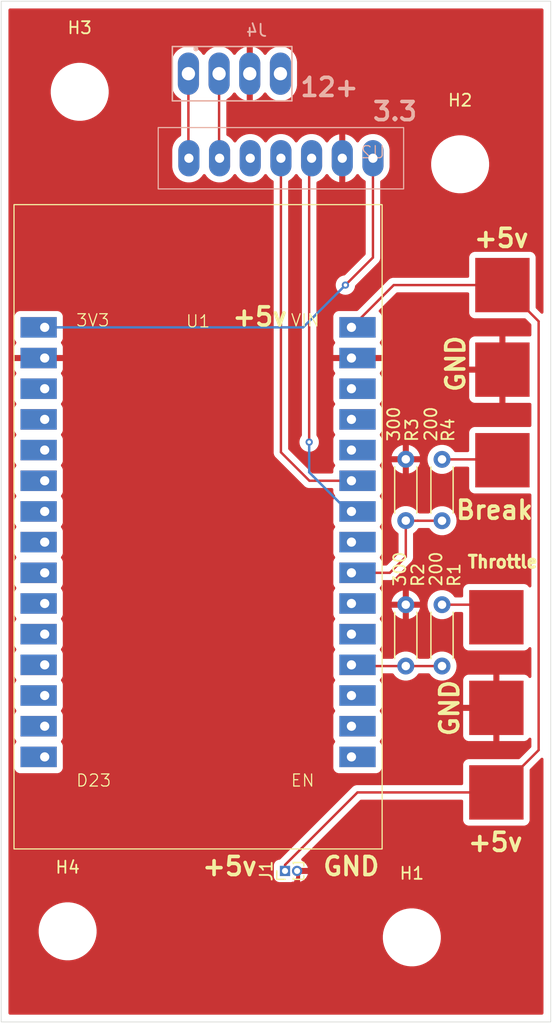
<source format=kicad_pcb>
(kicad_pcb (version 20240108) (generator "pcbnew") (generator_version "8.0")
  (layers (0 "F.Cu" signal) (31 "B.Cu" signal) (34 "B.Paste" user) (35 "F.Paste" user) (36 "B.SilkS" user "B.Silkscreen") (37 "F.SilkS" user "F.Silkscreen") (38 "B.Mask" user) (39 "F.Mask" user) (44 "Edge.Cuts" user))
  (net 0 "")
  (net 1 "GND")
  (net 2 "+5V")
  (net 3 "Net-(J2-Pin_1)")
  (net 4 "Net-(J3-Pin_1)")
  (net 5 "+12V")
  (net 6 "/CanH")
  (net 7 "/CanL")
  (net 8 "/Throttle")
  (net 9 "/Break")
  (net 21 "/CanRX")
  (net 30 "+3.3V")
  (net 32 "/CanTX")
  (footprint "MountingHole:MountingHole_4.3mm_M4" (layer "F.Cu") (at 143 62.5)
    (property "Reference" "H2" (at 0 -5.3 0) (layer "F.SilkS"))
    (property "Value" "MountingHole")
    (pad "" np_thru_hole circle (at 0 0) (size 4.3 4.3) (drill 4.3) (layers "*.Cu" "*.Mask"))
  )
  (footprint "MountingHole:MountingHole_4.3mm_M4" (layer "F.Cu") (at 139 126.5)
    (property "Reference" "H1" (at 0 -5.3 0) (layer "F.SilkS"))
    (property "Value" "MountingHole")
    (pad "" np_thru_hole circle (at 0 0) (size 4.3 4.3) (drill 4.3) (layers "*.Cu" "*.Mask"))
  )
  (footprint "Resistor_THT:R_Axial_DIN0204_L3.6mm_D1.6mm_P5.08mm_Horizontal" (layer "F.Cu") (at 141.5 86.93 -90)
    (property "Reference" "R4" (at -2.43 -0.5 90) (layer "F.SilkS"))
    (property "Value" "200" (at -2.93 0.92 90) (layer "F.SilkS"))
    (fp_line (start 0.62 0.92) (end 4.46 0.92) (stroke (width 0.12)) (layer "F.SilkS"))
    (fp_line (start 0.62 -0.92) (end 4.46 -0.92) (stroke (width 0.12)) (layer "F.SilkS"))
    (pad "1" thru_hole circle (at 0 0 270) (size 1.4 1.4) (drill 0.7) (layers "*.Cu" "*.Mask") (net 3 "Net-(J2-Pin_1)"))
    (pad "2" thru_hole oval (at 5.08 0 270) (size 1.4 1.4) (drill 0.7) (layers "*.Cu" "*.Mask") (net 9 "/Break"))
  )
  (footprint "MountingHole:MountingHole_4.3mm_M4" (layer "F.Cu") (at 110.5 126)
    (property "Reference" "H4" (at 0 -5.3 0) (layer "F.SilkS"))
    (property "Value" "MountingHole")
    (pad "" np_thru_hole circle (at 0 0) (size 4.3 4.3) (drill 4.3) (layers "*.Cu" "*.Mask"))
  )
  (footprint "Pedal:ESP 32 BAJA" (layer "F.Cu") (at 121.3 76)
    (property "Reference" "U1" (at 0 -0.5 0) (layer "F.SilkS") (effects (font (thickness 0.1))))
    (property "Value" "~")
    (fp_rect (start -15.24 -10.16) (end 15.24 43.18) (stroke (width 0.1)) (fill none) (layer "F.SilkS"))
    (fp_text user "VIN" (at 7.62 0 0) (layer "F.SilkS") (effects (font (thickness 0.1)) (justify left bottom)))
    (fp_text user "3V3" (at -10.16 0 0) (layer "F.SilkS") (effects (font (thickness 0.1)) (justify left bottom)))
    (fp_text user "EN" (at 7.62 38.1 0) (layer "F.SilkS") (effects (font (thickness 0.1)) (justify left bottom)))
    (fp_text user "D23" (at -10.16 38.1 0) (layer "F.SilkS") (effects (font (thickness 0.1)) (justify left bottom)))
    (pad "1" thru_hole rect (at -12.7 0) (size 3 1.7) (drill 0.762 (offset -0.5 0)) (layers "*.Cu" "*.Mask") (net 30 "+3.3V"))
    (pad "2" thru_hole rect (at -12.7 2.54) (size 3 1.7) (drill 0.762 (offset -0.5 0)) (layers "*.Cu" "*.Mask") (net 1 "GND"))
    (pad "3" thru_hole rect (at -12.7 5.08) (size 3 1.7) (drill 0.762 (offset -0.5 0)) (layers "*.Cu" "*.Mask"))
    (pad "4" thru_hole rect (at -12.7 7.62) (size 3 1.7) (drill 0.762 (offset -0.5 0)) (layers "*.Cu" "*.Mask"))
    (pad "5" thru_hole rect (at -12.7 10.16) (size 3 1.7) (drill 0.762 (offset -0.5 0)) (layers "*.Cu" "*.Mask"))
    (pad "6" thru_hole rect (at -12.7 12.7) (size 3 1.7) (drill 0.762 (offset -0.5 0)) (layers "*.Cu" "*.Mask"))
    (pad "7" thru_hole rect (at -12.7 15.24) (size 3 1.7) (drill 0.762 (offset -0.5 0)) (layers "*.Cu" "*.Mask"))
    (pad "8" thru_hole rect (at -12.7 17.78) (size 3 1.7) (drill 0.762 (offset -0.5 0)) (layers "*.Cu" "*.Mask"))
    (pad "9" thru_hole rect (at -12.7 20.32) (size 3 1.7) (drill 0.762 (offset -0.5 0)) (layers "*.Cu" "*.Mask"))
    (pad "10" thru_hole rect (at -12.7 22.86) (size 3 1.7) (drill 0.762 (offset -0.5 0)) (layers "*.Cu" "*.Mask"))
    (pad "11" thru_hole rect (at -12.7 25.4) (size 3 1.7) (drill 0.762 (offset -0.5 0)) (layers "*.Cu" "*.Mask"))
    (pad "12" thru_hole rect (at -12.7 27.94) (size 3 1.7) (drill 0.762 (offset -0.5 0)) (layers "*.Cu" "*.Mask"))
    (pad "13" thru_hole rect (at -12.7 30.48) (size 3 1.7) (drill 0.762 (offset -0.5 0)) (layers "*.Cu" "*.Mask"))
    (pad "14" thru_hole rect (at -12.7 33.02) (size 3 1.7) (drill 0.762 (offset -0.5 0)) (layers "*.Cu" "*.Mask"))
    (pad "15" thru_hole rect (at -12.7 35.56) (size 3 1.7) (drill 0.762 (offset -0.5 0)) (layers "*.Cu" "*.Mask"))
    (pad "16" thru_hole rect (at 12.7 35.56) (size 3 1.7) (drill 0.762 (offset 0.5 0)) (layers "*.Cu" "*.Mask"))
    (pad "17" thru_hole rect (at 12.7 33.02) (size 3 1.7) (drill 0.762 (offset 0.5 0)) (layers "*.Cu" "*.Mask"))
    (pad "18" thru_hole rect (at 12.7 30.48) (size 3 1.7) (drill 0.762 (offset 0.5 0)) (layers "*.Cu" "*.Mask"))
    (pad "19" thru_hole rect (at 12.7 27.94) (size 3 1.7) (drill 0.762 (offset 0.5 0)) (layers "*.Cu" "*.Mask") (net 8 "/Throttle"))
    (pad "20" thru_hole rect (at 12.7 25.4) (size 3 1.7) (drill 0.762 (offset 0.5 0)) (layers "*.Cu" "*.Mask"))
    (pad "21" thru_hole rect (at 12.7 22.86) (size 3 1.7) (drill 0.762 (offset 0.5 0)) (layers "*.Cu" "*.Mask"))
    (pad "22" thru_hole rect (at 12.7 20.32) (size 3 1.7) (drill 0.762 (offset 0.5 0)) (layers "*.Cu" "*.Mask") (net 9 "/Break"))
    (pad "23" thru_hole rect (at 12.7 17.78) (size 3 1.7) (drill 0.762 (offset 0.5 0)) (layers "*.Cu" "*.Mask"))
    (pad "24" thru_hole rect (at 12.7 15.24) (size 3 1.7) (drill 0.762 (offset 0.5 0)) (layers "*.Cu" "*.Mask") (net 21 "/CanRX"))
    (pad "25" thru_hole rect (at 12.7 12.7) (size 3 1.7) (drill 0.762 (offset 0.5 0)) (layers "*.Cu" "*.Mask") (net 32 "/CanTX"))
    (pad "26" thru_hole rect (at 12.7 10.16) (size 3 1.7) (drill 0.762 (offset 0.5 0)) (layers "*.Cu" "*.Mask"))
    (pad "27" thru_hole rect (at 12.7 7.62) (size 3 1.7) (drill 0.762 (offset 0.5 0)) (layers "*.Cu" "*.Mask"))
    (pad "28" thru_hole rect (at 12.7 5.08) (size 3 1.7) (drill 0.762 (offset 0.5 0)) (layers "*.Cu" "*.Mask"))
    (pad "29" thru_hole rect (at 12.7 2.54) (size 3 1.7) (drill 0.762 (offset 0.5 0)) (layers "*.Cu" "*.Mask") (net 1 "GND"))
    (pad "30" thru_hole rect (at 12.7 0) (size 3 1.7) (drill 0.762 (offset 0.5 0)) (layers "*.Cu" "*.Mask") (net 2 "+5V"))
  )
  (footprint "MountingHole:MountingHole_4.3mm_M4" (layer "F.Cu") (at 111.5 56.5)
    (property "Reference" "H3" (at 0 -5.3 0) (layer "F.SilkS"))
    (property "Value" "MountingHole")
    (pad "" np_thru_hole circle (at 0 0) (size 4.3 4.3) (drill 4.3) (layers "*.Cu" "*.Mask"))
  )
  (footprint "Pedal:3pin" (layer "F.Cu") (at 146.5 93.5 180)
    (property "Reference" "J2" (hide yes))
    (property "Value" "Break" (hide yes))
    (pad "1" smd rect (at 0 6.5 180) (size 4.5 4.5) (layers "F.Cu" "F.Paste" "F.Mask") (net 3 "Net-(J2-Pin_1)"))
    (pad "2" smd rect (at 0 14 180) (size 4.5 4.5) (layers "F.Cu" "F.Paste" "F.Mask") (net 1 "GND"))
    (pad "3" smd rect (at 0 21 180) (size 4.5 4.5) (layers "F.Cu" "F.Paste" "F.Mask") (net 2 "+5V"))
  )
  (footprint "Pedal:3pin" (layer "F.Cu") (at 146 93.5)
    (property "Reference" "J3" (hide yes))
    (property "Value" "Throttle")
    (pad "1" smd rect (at 0 6.5) (size 4.5 4.5) (layers "F.Cu" "F.Paste" "F.Mask") (net 4 "Net-(J3-Pin_1)"))
    (pad "2" smd rect (at 0 14) (size 4.5 4.5) (layers "F.Cu" "F.Paste" "F.Mask") (net 1 "GND"))
    (pad "3" smd rect (at 0 21) (size 4.5 4.5) (layers "F.Cu" "F.Paste" "F.Mask") (net 2 "+5V"))
  )
  (footprint "Connector_PinHeader_1.00mm:PinHeader_1x02_P1.00mm_Vertical" (layer "F.Cu") (at 128.5 121 90)
    (property "Reference" "J1" (at 0 -1.56 90) (layer "F.SilkS"))
    (property "Value" "2x1")
    (fp_line (start -0.695 -0.685) (end 0 -0.685) (stroke (width 0.12)) (layer "F.SilkS"))
    (fp_line (start -0.695 0) (end -0.695 -0.685) (stroke (width 0.12)) (layer "F.SilkS"))
    (fp_line (start 0.695 0.685) (end 0.695 1.56) (stroke (width 0.12)) (layer "F.SilkS"))
    (fp_line (start 0.608276 0.685) (end 0.695 0.685) (stroke (width 0.12)) (layer "F.SilkS"))
    (fp_line (start -0.695 0.685) (end -0.608276 0.685) (stroke (width 0.12)) (layer "F.SilkS"))
    (fp_line (start -0.695 0.685) (end -0.695 1.56) (stroke (width 0.12)) (layer "F.SilkS"))
    (fp_line (start 0.394493 1.56) (end 0.695 1.56) (stroke (width 0.12)) (layer "F.SilkS"))
    (fp_line (start -0.695 1.56) (end -0.394493 1.56) (stroke (width 0.12)) (layer "F.SilkS"))
    (pad "1" thru_hole rect (at 0 0 90) (size 0.85 0.85) (drill 0.5) (layers "*.Cu" "*.Mask") (net 2 "+5V"))
    (pad "2" thru_hole oval (at 0 1 90) (size 0.85 0.85) (drill 0.5) (layers "*.Cu" "*.Mask") (net 1 "GND"))
  )
  (footprint "Resistor_THT:R_Axial_DIN0204_L3.6mm_D1.6mm_P5.08mm_Horizontal" (layer "F.Cu") (at 141.5 98.96 -90)
    (property "Reference" "R1" (at -2.46 -1 90) (layer "F.SilkS"))
    (property "Value" "200" (at -2.96 0.5 90) (layer "F.SilkS"))
    (fp_line (start 0.62 0.92) (end 4.46 0.92) (stroke (width 0.12)) (layer "F.SilkS"))
    (fp_line (start 0.62 -0.92) (end 4.46 -0.92) (stroke (width 0.12)) (layer "F.SilkS"))
    (pad "1" thru_hole circle (at 0 0 270) (size 1.4 1.4) (drill 0.7) (layers "*.Cu" "*.Mask") (net 4 "Net-(J3-Pin_1)"))
    (pad "2" thru_hole oval (at 5.08 0 270) (size 1.4 1.4) (drill 0.7) (layers "*.Cu" "*.Mask") (net 8 "/Throttle"))
  )
  (footprint "Resistor_THT:R_Axial_DIN0204_L3.6mm_D1.6mm_P5.08mm_Horizontal" (layer "F.Cu") (at 138.5 92 90)
    (property "Reference" "R3" (at 7.5 0.5 90) (layer "F.SilkS"))
    (property "Value" "300" (at 8 -1 90) (layer "F.SilkS"))
    (fp_line (start 0.62 -0.92) (end 4.46 -0.92) (stroke (width 0.12)) (layer "F.SilkS"))
    (fp_line (start 0.62 0.92) (end 4.46 0.92) (stroke (width 0.12)) (layer "F.SilkS"))
    (pad "1" thru_hole circle (at 0 0 90) (size 1.4 1.4) (drill 0.7) (layers "*.Cu" "*.Mask") (net 9 "/Break"))
    (pad "2" thru_hole oval (at 5.08 0 90) (size 1.4 1.4) (drill 0.7) (layers "*.Cu" "*.Mask") (net 1 "GND"))
  )
  (footprint "Resistor_THT:R_Axial_DIN0204_L3.6mm_D1.6mm_P5.08mm_Horizontal" (layer "F.Cu") (at 138.5 104.04 90)
    (property "Reference" "R2" (at 7.54 1 90) (layer "F.SilkS"))
    (property "Value" "300" (at 8.04 -0.5 90) (layer "F.SilkS"))
    (fp_line (start 0.62 -0.92) (end 4.46 -0.92) (stroke (width 0.12)) (layer "F.SilkS"))
    (fp_line (start 0.62 0.92) (end 4.46 0.92) (stroke (width 0.12)) (layer "F.SilkS"))
    (pad "1" thru_hole circle (at 0 0 90) (size 1.4 1.4) (drill 0.7) (layers "*.Cu" "*.Mask") (net 8 "/Throttle"))
    (pad "2" thru_hole oval (at 5.08 0 90) (size 1.4 1.4) (drill 0.7) (layers "*.Cu" "*.Mask") (net 1 "GND"))
  )
  (footprint "Pedal:JST4Pin" (layer "B.Cu") (at 124.12 55 180)
    (property "Reference" "J4" (at -2.025 3.585 0) (layer "B.SilkS") (effects (justify mirror)))
    (property "Value" "SystemInput")
    (fp_line (start 4.95 2.25) (end -4.95 2.25) (stroke (width 0.127)) (layer "B.SilkS"))
    (fp_line (start 4.95 -2.25) (end 4.95 2.25) (stroke (width 0.127)) (layer "B.SilkS"))
    (fp_line (start -4.95 2.25) (end -4.95 -2.25) (stroke (width 0.127)) (layer "B.SilkS"))
    (fp_line (start -4.95 -2.25) (end 4.95 -2.25) (stroke (width 0.127)) (layer "B.SilkS"))
    (fp_circle (center 3 2.05) (end 3.1 2.05) (stroke (width 0.2)) (fill none) (layer "B.SilkS"))
    (pad "1" thru_hole oval (at 3.62 0) (size 1.75 3.5) (drill 1.1) (layers "*.Cu" "*.Mask") (net 7 "/CanL"))
    (pad "2" thru_hole oval (at 1.08 0) (size 1.75 3.5) (drill 1.1) (layers "*.Cu" "*.Mask") (net 6 "/CanH"))
    (pad "3" thru_hole oval (at -1.46 0) (size 1.75 3.5) (drill 1.1) (layers "*.Cu" "*.Mask") (net 1 "GND"))
    (pad "4" thru_hole oval (at -4 0) (size 1.75 3.5) (drill 1.1) (layers "*.Cu" "*.Mask") (net 5 "+12V"))
  )
  (footprint "Pedal:1x7 Connectors" (layer "B.Cu") (at 135.78 62 180)
    (property "Reference" "U2" (at 0 0.5 0) (layer "B.SilkS") (effects (font (thickness 0.1)) (justify mirror)))
    (property "Value" "~")
    (fp_rect (start -2.54 2.54) (end 17.78 -2.54) (stroke (width 0.1)) (fill none) (layer "B.SilkS"))
    (pad "1" thru_hole oval (at 0 0 180) (size 1.75 3) (drill 0.762) (layers "*.Cu" "*.Mask") (net 30 "+3.3V"))
    (pad "2" thru_hole oval (at 2.54 0 180) (size 1.75 3) (drill 0.762) (layers "*.Cu" "*.Mask") (net 1 "GND"))
    (pad "3" thru_hole oval (at 5.08 0 180) (size 1.75 3) (drill 0.762) (layers "*.Cu" "*.Mask") (net 21 "/CanRX"))
    (pad "4" thru_hole oval (at 7.62 0 180) (size 1.75 3) (drill 0.762) (layers "*.Cu" "*.Mask") (net 32 "/CanTX"))
    (pad "5" thru_hole oval (at 10.16 0 180) (size 1.75 3) (drill 0.762) (layers "*.Cu" "*.Mask"))
    (pad "6" thru_hole oval (at 12.7 0 180) (size 1.75 3) (drill 0.762) (layers "*.Cu" "*.Mask") (net 6 "/CanH"))
    (pad "7" thru_hole oval (at 15.24 0 180) (size 1.75 3) (drill 0.762) (layers "*.Cu" "*.Mask") (net 7 "/CanL"))
  )
  (gr_rect (start 105 49) (end 150.5 133.5) (stroke (width 0.05)) (fill none) (layer "Edge.Cuts"))
  (gr_text "3.3" (at 135.62 59 0) (layer "B.SilkS") (effects (font (size 1.5 1.5) (thickness 0.3) (bold yes)) (justify left bottom)))
  (gr_text "12+" (at 129.62 57 0) (layer "B.SilkS") (effects (font (size 1.5 1.5) (thickness 0.3) (bold yes)) (justify left bottom)))
  (gr_text "GND" (at 143.5 81.5 90) (layer "F.SilkS") (effects (font (size 1.5 1.5) (thickness 0.3) (bold yes)) (justify left bottom)))
  (gr_text "GND" (at 131.5 121.5 0) (layer "F.SilkS") (effects (font (size 1.5 1.5) (thickness 0.3) (bold yes)) (justify left bottom)))
  (gr_text "Break" (at 142.5 92 0) (layer "F.SilkS") (effects (font (size 1.5 1.5) (thickness 0.3) (bold yes)) (justify left bottom)))
  (gr_text "+5v" (at 143.5 119.5 0) (layer "F.SilkS") (effects (font (size 1.5 1.5) (thickness 0.3) (bold yes)) (justify left bottom)))
  (gr_text "Throttle" (at 143.5 96 0) (layer "F.SilkS") (effects (font (size 1 1) (thickness 0.25) (bold yes)) (justify left bottom)))
  (gr_text "GND" (at 143 110 90) (layer "F.SilkS") (effects (font (size 1.5 1.5) (thickness 0.3) (bold yes)) (justify left bottom)))
  (gr_text "+5v" (at 124 76 0) (layer "F.SilkS") (effects (font (size 1.5 1.5) (thickness 0.3) (bold yes)) (justify left bottom)))
  (gr_text "+5v" (at 121.5 121.5 0) (layer "F.SilkS") (effects (font (size 1.5 1.5) (thickness 0.3) (bold yes)) (justify left bottom)))
  (gr_text "+5v" (at 144 69.5 0) (layer "F.SilkS") (effects (font (size 1.5 1.5) (thickness 0.3) (bold yes)) (justify left bottom)))
  (segment (start 149.5 111) (end 149.5 75.5) (width 0.2) (layer "F.Cu") (net 2))
  (segment (start 149.5 75.5) (end 146.5 72.5) (width 0.2) (layer "F.Cu") (net 2))
  (segment (start 137.5 72.5) (end 134 76) (width 0.2) (layer "F.Cu") (net 2))
  (segment (start 146 114.5) (end 149.5 111) (width 0.2) (layer "F.Cu") (net 2))
  (segment (start 134.5 114.5) (end 146 114.5) (width 0.2) (layer "F.Cu") (net 2))
  (segment (start 128.5 121) (end 128.5 120.5) (width 0.2) (layer "F.Cu") (net 2))
  (segment (start 146.5 72.5) (end 137.5 72.5) (width 0.2) (layer "F.Cu") (net 2))
  (segment (start 128.5 120.5) (end 134.5 114.5) (width 0.2) (layer "F.Cu") (net 2))
  (segment (start 141.5 86.93) (end 146.43 86.93) (width 0.2) (layer "F.Cu") (net 3))
  (segment (start 146.43 86.93) (end 146.5 87) (width 0.2) (layer "F.Cu") (net 3))
  (segment (start 141.5 98.96) (end 144.96 98.96) (width 0.2) (layer "F.Cu") (net 4))
  (segment (start 144.96 98.96) (end 146 100) (width 0.2) (layer "F.Cu") (net 4))
  (segment (start 123.04 61.96) (end 123.08 62) (width 0.2) (layer "F.Cu") (net 6))
  (segment (start 123.04 55) (end 123.04 61.96) (width 0.2) (layer "F.Cu") (net 6))
  (segment (start 120.5 55) (end 120.5 61.96) (width 0.2) (layer "F.Cu") (net 7))
  (segment (start 120.5 61.96) (end 120.54 62) (width 0.2) (layer "F.Cu") (net 7))
  (segment (start 138.5 104.04) (end 134.1 104.04) (width 0.2) (layer "F.Cu") (net 8))
  (segment (start 134.1 104.04) (end 134 103.94) (width 0.2) (layer "F.Cu") (net 8))
  (segment (start 138.5 104.04) (end 141.5 104.04) (width 0.2) (layer "F.Cu") (net 8))
  (segment (start 138.5 92) (end 138.5 95) (width 0.2) (layer "F.Cu") (net 9))
  (segment (start 137.18 96.32) (end 134 96.32) (width 0.2) (layer "F.Cu") (net 9))
  (segment (start 139.51 92.01) (end 139.5 92) (width 0.2) (layer "F.Cu") (net 9))
  (segment (start 141.5 92.01) (end 138.51 92.01) (width 0.2) (layer "F.Cu") (net 9))
  (segment (start 138.5 95) (end 137.18 96.32) (width 0.2) (layer "F.Cu") (net 9))
  (segment (start 130.5 62.2) (end 130.5 85.5) (width 0.2) (layer "F.Cu") (net 21))
  (segment (start 130.7 62) (end 130.5 62.2) (width 0.2) (layer "F.Cu") (net 21))
  (via (at 130.5 85.5) (size 0.6) (drill 0.3) (layers "F.Cu" "B.Cu") (net 21))
  (segment (start 130.5 85.5) (end 130.5 88) (width 0.2) (layer "B.Cu") (net 21))
  (segment (start 130.5 88) (end 133.74 91.24) (width 0.2) (layer "B.Cu") (net 21))
  (segment (start 133.74 91.24) (end 134 91.24) (width 0.2) (layer "B.Cu") (net 21))
  (segment (start 135.78 62) (end 135.78 70.22) (width 0.2) (layer "F.Cu") (net 30))
  (segment (start 135.78 70.22) (end 133.5 72.5) (width 0.2) (layer "F.Cu") (net 30))
  (via (at 133.5 72.5) (size 0.6) (drill 0.3) (layers "F.Cu" "B.Cu") (net 30))
  (segment (start 133.5 72.5) (end 130 76) (width 0.2) (layer "B.Cu") (net 30))
  (segment (start 130 76) (end 108.6 76) (width 0.2) (layer "B.Cu") (net 30))
  (segment (start 128.16 62) (end 128.16 86.34) (width 0.2) (layer "F.Cu") (net 32))
  (segment (start 130.52 88.7) (end 134 88.7) (width 0.2) (layer "F.Cu") (net 32))
  (segment (start 128.16 86.34) (end 130.52 88.7) (width 0.2) (layer "F.Cu") (net 32))
  (zone (net 1) (net_name "GND") (layer "F.Cu") (connect_pads (clearance 0.5)) (min_thickness 0.25) (fill yes (thermal_gap 0.5) (thermal_bridge_width 0.5))
    (polygon (pts (xy 105 49) (xy 105 133.5) (xy 150.5 133.5) (xy 150.5 49)))
  )
)
</source>
